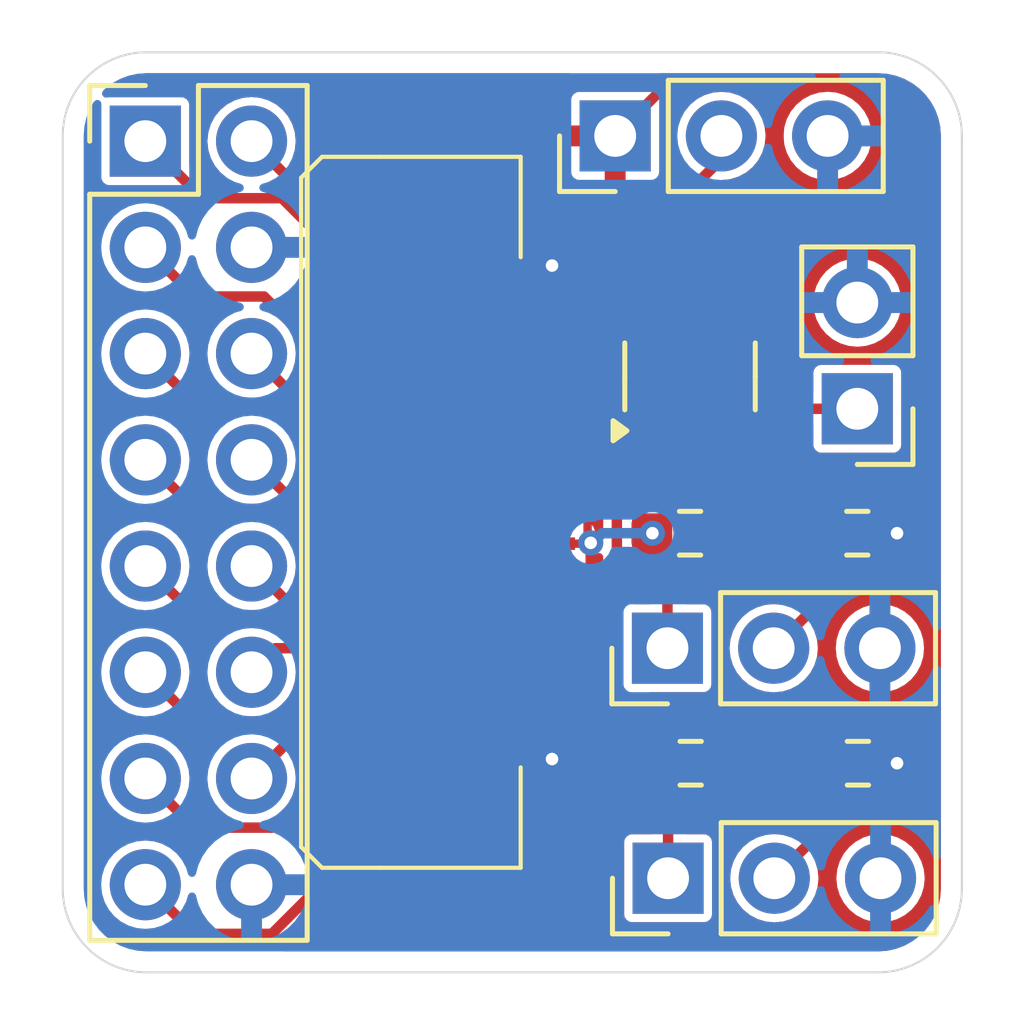
<source format=kicad_pcb>
(kicad_pcb (version 20240108) (generator "pcbnew") (generator_version "8.0")
  (layers (0 "F.Cu" signal) (31 "B.Cu" signal) (34 "B.Paste" user) (35 "F.Paste" user) (36 "B.SilkS" user "B.Silkscreen") (37 "F.SilkS" user "F.Silkscreen") (38 "B.Mask" user) (39 "F.Mask" user) (44 "Edge.Cuts" user))
  (net 0 "")
  (net 1 "GND")
  (net 2 "+5V")
  (net 3 "Net-(J3-Pin_1)")
  (net 4 "Net-(J4-Pin_1)")
  (net 5 "Net-(J5-Pin_1)")
  (net 6 "GPIO 2")
  (net 7 "Exp 2")
  (net 8 "Exp 8")
  (net 9 "USB -")
  (net 10 "Exp 6")
  (net 11 "Exp 4")
  (net 12 "Exp 0")
  (net 13 "Exp 1")
  (net 14 "Exp 13")
  (net 15 "Exp 3")
  (net 16 "USB +")
  (net 17 "GPIO 0")
  (net 18 "Exp 10")
  (net 19 "Exp 9")
  (net 20 "GPIO 1")
  (net 21 "Exp 11")
  (net 22 "Exp 7")
  (net 23 "Exp 12")
  (net 24 "GPIO 3")
  (net 25 "Exp 5")
  (footprint "Connector_PinHeader_2.54mm:PinHeader_2x08_P2.54mm_Vertical" (layer "F.Cu") (at 148.725 91.125)
    (property "Reference" "J1" (hide yes))
    (property "Value" "HUB75 Input" (hide yes))
    (fp_line (start -1.33 -1.33) (end 0 -1.33) (stroke (width 0.12)) (layer "F.SilkS"))
    (fp_line (start -1.33 0) (end -1.33 -1.33) (stroke (width 0.12)) (layer "F.SilkS"))
    (fp_line (start -1.33 1.27) (end -1.33 19.11) (stroke (width 0.12)) (layer "F.SilkS"))
    (fp_line (start -1.33 1.27) (end 1.27 1.27) (stroke (width 0.12)) (layer "F.SilkS"))
    (fp_line (start -1.33 19.11) (end 3.87 19.11) (stroke (width 0.12)) (layer "F.SilkS"))
    (fp_line (start 1.27 -1.33) (end 3.87 -1.33) (stroke (width 0.12)) (layer "F.SilkS"))
    (fp_line (start 1.27 1.27) (end 1.27 -1.33) (stroke (width 0.12)) (layer "F.SilkS"))
    (fp_line (start 3.87 -1.33) (end 3.87 19.11) (stroke (width 0.12)) (layer "F.SilkS"))
    (pad "1" thru_hole rect (at 0 0) (size 1.7 1.7) (drill 1) (layers "*.Cu" "*.Mask") (net 13 "Exp 1"))
    (pad "2" thru_hole oval (at 2.54 0) (size 1.7 1.7) (drill 1) (layers "*.Cu" "*.Mask") (net 12 "Exp 0"))
    (pad "3" thru_hole oval (at 0 2.54) (size 1.7 1.7) (drill 1) (layers "*.Cu" "*.Mask") (net 7 "Exp 2"))
    (pad "4" thru_hole oval (at 2.54 2.54) (size 1.7 1.7) (drill 1) (layers "*.Cu" "*.Mask") (net 1 "GND"))
    (pad "5" thru_hole oval (at 0 5.08) (size 1.7 1.7) (drill 1) (layers "*.Cu" "*.Mask") (net 11 "Exp 4"))
    (pad "6" thru_hole oval (at 2.54 5.08) (size 1.7 1.7) (drill 1) (layers "*.Cu" "*.Mask") (net 15 "Exp 3"))
    (pad "7" thru_hole oval (at 0 7.62) (size 1.7 1.7) (drill 1) (layers "*.Cu" "*.Mask") (net 10 "Exp 6"))
    (pad "8" thru_hole oval (at 2.54 7.62) (size 1.7 1.7) (drill 1) (layers "*.Cu" "*.Mask") (net 25 "Exp 5"))
    (pad "9" thru_hole oval (at 0 10.16) (size 1.7 1.7) (drill 1) (layers "*.Cu" "*.Mask") (net 8 "Exp 8"))
    (pad "10" thru_hole oval (at 2.54 10.16) (size 1.7 1.7) (drill 1) (layers "*.Cu" "*.Mask") (net 22 "Exp 7"))
    (pad "11" thru_hole oval (at 0 12.7) (size 1.7 1.7) (drill 1) (layers "*.Cu" "*.Mask") (net 18 "Exp 10"))
    (pad "12" thru_hole oval (at 2.54 12.7) (size 1.7 1.7) (drill 1) (layers "*.Cu" "*.Mask") (net 19 "Exp 9"))
    (pad "13" thru_hole oval (at 0 15.24) (size 1.7 1.7) (drill 1) (layers "*.Cu" "*.Mask") (net 23 "Exp 12"))
    (pad "14" thru_hole oval (at 2.54 15.24) (size 1.7 1.7) (drill 1) (layers "*.Cu" "*.Mask") (net 21 "Exp 11"))
    (pad "15" thru_hole oval (at 0 17.78) (size 1.7 1.7) (drill 1) (layers "*.Cu" "*.Mask") (net 14 "Exp 13"))
    (pad "16" thru_hole oval (at 2.54 17.78) (size 1.7 1.7) (drill 1) (layers "*.Cu" "*.Mask") (net 1 "GND"))
  )
  (footprint "Resistor_SMD:R_0603_1608Metric_Pad0.98x0.95mm_HandSolder" (layer "F.Cu") (at 161.765 106)
    (property "Reference" "R3" (hide yes))
    (property "Value" "1K" (hide yes))
    (fp_line (start -0.254724 -0.5225) (end 0.254724 -0.5225) (stroke (width 0.12)) (layer "F.SilkS"))
    (fp_line (start -0.254724 0.5225) (end 0.254724 0.5225) (stroke (width 0.12)) (layer "F.SilkS"))
    (pad "1" smd roundrect (at -0.9125 0) (size 0.975 0.95) (layers "F.Cu" "F.Paste" "F.Mask") (net 2 "+5V"))
    (pad "2" smd roundrect (at 0.9125 0) (size 0.975 0.95) (layers "F.Cu" "F.Paste" "F.Mask") (net 4 "Net-(J4-Pin_1)"))
  )
  (footprint "Resistor_SMD:R_0603_1608Metric_Pad0.98x0.95mm_HandSolder" (layer "F.Cu") (at 165.765 106)
    (property "Reference" "R4" (hide yes))
    (property "Value" "2K" (hide yes))
    (fp_line (start -0.254724 -0.5225) (end 0.254724 -0.5225) (stroke (width 0.12)) (layer "F.SilkS"))
    (fp_line (start -0.254724 0.5225) (end 0.254724 0.5225) (stroke (width 0.12)) (layer "F.SilkS"))
    (pad "1" smd roundrect (at -0.9125 0) (size 0.975 0.95) (layers "F.Cu" "F.Paste" "F.Mask") (net 4 "Net-(J4-Pin_1)"))
    (pad "2" smd roundrect (at 0.9125 0) (size 0.975 0.95) (layers "F.Cu" "F.Paste" "F.Mask") (net 1 "GND"))
  )
  (footprint "Resistor_SMD:R_0603_1608Metric_Pad0.98x0.95mm_HandSolder" (layer "F.Cu") (at 165.75 100.5)
    (property "Reference" "R2" (hide yes))
    (property "Value" "2K" (hide yes))
    (fp_line (start -0.254724 -0.5225) (end 0.254724 -0.5225) (stroke (width 0.12)) (layer "F.SilkS"))
    (fp_line (start -0.254724 0.5225) (end 0.254724 0.5225) (stroke (width 0.12)) (layer "F.SilkS"))
    (pad "1" smd roundrect (at -0.9125 0) (size 0.975 0.95) (layers "F.Cu" "F.Paste" "F.Mask") (net 3 "Net-(J3-Pin_1)"))
    (pad "2" smd roundrect (at 0.9125 0) (size 0.975 0.95) (layers "F.Cu" "F.Paste" "F.Mask") (net 1 "GND"))
  )
  (footprint "FFC_Connector:FFC Aliexpress 0.5mm 24P" (layer "F.Cu") (at 157.5 100 -90)
    (property "Reference" "U1" (hide yes))
    (property "Value" "Expansion" (hide yes))
    (fp_line (start -8 5.05) (end 8 5.05) (stroke (width 0.1)) (layer "F.SilkS"))
    (fp_line (start -8 5.05) (end -8.5 4.549999) (stroke (width 0.1)) (layer "F.SilkS"))
    (fp_line (start 8 5.05) (end 8.5 4.549999) (stroke (width 0.1)) (layer "F.SilkS"))
    (fp_line (start -8.5 4.549999) (end -8.5 3.15) (stroke (width 0.1)) (layer "F.SilkS"))
    (fp_line (start 8.5 4.549999) (end 8.5 3.15) (stroke (width 0.1)) (layer "F.SilkS"))
    (fp_line (start -8.5 3.15) (end -8.5 -0.2) (stroke (width 0.1)) (layer "F.SilkS"))
    (fp_line (start -8.5 -0.2) (end -6.1 -0.2) (stroke (width 0.1)) (layer "F.SilkS"))
    (fp_line (start 6.1 -0.2) (end 8.5 -0.2) (stroke (width 0.1)) (layer "F.SilkS"))
    (fp_line (start 8.5 -0.2) (end 8.5 3.15) (stroke (width 0.1)) (layer "F.SilkS"))
    (pad "" smd rect (at -7.4 2.25 270) (size 1.8 2.2) (layers "F.Cu" "F.Paste" "F.Mask"))
    (pad "" smd rect (at 7.4 2.25 270) (size 1.8 2.2) (layers "F.Cu" "F.Paste" "F.Mask"))
    (pad "1" smd rect (at -5.75 -0.949999 270) (size 0.3 1.1) (layers "F.Cu" "F.Paste" "F.Mask") (net 1 "GND"))
    (pad "2" smd rect (at -5.25 -0.95 270) (size 0.3 1.1) (layers "F.Cu" "F.Paste" "F.Mask") (net 24 "GPIO 3"))
    (pad "3" smd rect (at -4.75 -0.95 270) (size 0.3 1.1) (layers "F.Cu" "F.Paste" "F.Mask") (net 6 "GPIO 2"))
    (pad "4" smd rect (at -4.25 -0.95 270) (size 0.3 1.1) (layers "F.Cu" "F.Paste" "F.Mask") (net 20 "GPIO 1"))
    (pad "5" smd rect (at -3.75 -0.95 270) (size 0.3 1.1) (layers "F.Cu" "F.Paste" "F.Mask") (net 17 "GPIO 0"))
    (pad "6" smd rect (at -3.25 -0.949999 270) (size 0.3 1.1) (layers "F.Cu" "F.Paste" "F.Mask") (net 12 "Exp 0"))
    (pad "7" smd rect (at -2.75 -0.95 270) (size 0.3 1.1) (layers "F.Cu" "F.Paste" "F.Mask") (net 13 "Exp 1"))
    (pad "8" smd rect (at -2.25 -0.95 270) (size 0.3 1.1) (layers "F.Cu" "F.Paste" "F.Mask") (net 7 "Exp 2"))
    (pad "9" smd rect (at -1.749999 -0.95 270) (size 0.3 1.1) (layers "F.Cu" "F.Paste" "F.Mask") (net 15 "Exp 3"))
    (pad "10" smd rect (at -1.25 -0.95 270) (size 0.3 1.1) (layers "F.Cu" "F.Paste" "F.Mask") (net 11 "Exp 4"))
    (pad "11" smd rect (at -0.750001 -0.95 270) (size 0.3 1.1) (layers "F.Cu" "F.Paste" "F.Mask") (net 2 "+5V"))
    (pad "12" smd rect (at -0.25 -0.95 270) (size 0.3 1.1) (layers "F.Cu" "F.Paste" "F.Mask") (net 16 "USB +"))
    (pad "13" smd rect (at 0.25 -0.95 270) (size 0.3 1.1) (layers "F.Cu" "F.Paste" "F.Mask") (net 9 "USB -"))
    (pad "14" smd rect (at 0.750001 -0.95 270) (size 0.3 1.1) (layers "F.Cu" "F.Paste" "F.Mask") (net 2 "+5V"))
    (pad "15" smd rect (at 1.25 -0.95 270) (size 0.3 1.1) (layers "F.Cu" "F.Paste" "F.Mask") (net 25 "Exp 5"))
    (pad "16" smd rect (at 1.749999 -0.95 270) (size 0.3 1.1) (layers "F.Cu" "F.Paste" "F.Mask") (net 10 "Exp 6"))
    (pad "17" smd rect (at 2.25 -0.95 270) (size 0.3 1.1) (layers "F.Cu" "F.Paste" "F.Mask") (net 22 "Exp 7"))
    (pad "18" smd rect (at 2.75 -0.95 270) (size 0.3 1.1) (layers "F.Cu" "F.Paste" "F.Mask") (net 8 "Exp 8"))
    (pad "19" smd rect (at 3.25 -0.949999 270) (size 0.3 1.1) (layers "F.Cu" "F.Paste" "F.Mask") (net 19 "Exp 9"))
    (pad "20" smd rect (at 3.75 -0.95 270) (size 0.3 1.1) (layers "F.Cu" "F.Paste" "F.Mask") (net 18 "Exp 10"))
    (pad "21" smd rect (at 4.25 -0.95 270) (size 0.3 1.1) (layers "F.Cu" "F.Paste" "F.Mask") (net 21 "Exp 11"))
    (pad "22" smd rect (at 4.75 -0.95 270) (size 0.3 1.1) (layers "F.Cu" "F.Paste" "F.Mask") (net 23 "Exp 12"))
    (pad "23" smd rect (at 5.25 -0.95 270) (size 0.3 1.1) (layers "F.Cu" "F.Paste" "F.Mask") (net 14 "Exp 13"))
    (pad "24" smd rect (at 5.75 -0.949999 270) (size 0.3 1.1) (layers "F.Cu" "F.Paste" "F.Mask") (net 1 "GND"))
  )
  (footprint "Resistor_SMD:R_0603_1608Metric_Pad0.98x0.95mm_HandSolder" (layer "F.Cu") (at 161.75 100.5)
    (property "Reference" "R1" (hide yes))
    (property "Value" "1K" (hide yes))
    (fp_line (start -0.254724 -0.5225) (end 0.254724 -0.5225) (stroke (width 0.12)) (layer "F.SilkS"))
    (fp_line (start -0.254724 0.5225) (end 0.254724 0.5225) (stroke (width 0.12)) (layer "F.SilkS"))
    (pad "1" smd roundrect (at -0.9125 0) (size 0.975 0.95) (layers "F.Cu" "F.Paste" "F.Mask") (net 2 "+5V"))
    (pad "2" smd roundrect (at 0.9125 0) (size 0.975 0.95) (layers "F.Cu" "F.Paste" "F.Mask") (net 3 "Net-(J3-Pin_1)"))
  )
  (footprint "Package_TO_SOT_SMD:SOT-23-3" (layer "F.Cu") (at 161.75 96.75 90)
    (property "Reference" "SnootFNMosFan1" (hide yes))
    (property "Value" "DMN1019USN-13" (hide yes))
    (fp_line (start 0 -1.560001) (end 0.8 -1.56) (stroke (width 0.12)) (layer "F.SilkS"))
    (fp_line (start 0 -1.560001) (end -0.8 -1.56) (stroke (width 0.12)) (layer "F.SilkS"))
    (fp_line (start 0 1.560001) (end 0.8 1.56) (stroke (width 0.12)) (layer "F.SilkS"))
    (fp_line (start 0 1.560001) (end -0.8 1.56) (stroke (width 0.12)) (layer "F.SilkS"))
    (fp_poly (pts (xy -1.3 -1.51) (xy -1.54 -1.84) (xy -1.06 -1.84) (xy -1.3 -1.51)) (stroke (width 0.12)) (fill solid) (layer "F.SilkS"))
    (pad "1" smd roundrect (at -1.1375 -0.949999 90) (size 1.325 0.6) (layers "F.Cu" "F.Paste" "F.Mask") (net 6 "GPIO 2"))
    (pad "2" smd roundrect (at -1.1375 0.949999 90) (size 1.325 0.6) (layers "F.Cu" "F.Paste" "F.Mask") (net 5 "Net-(J5-Pin_1)"))
    (pad "3" smd roundrect (at 1.1375 0 90) (size 1.325 0.6) (layers "F.Cu" "F.Paste" "F.Mask") (net 2 "+5V"))
  )
  (footprint "Connector_PinHeader_2.54mm:PinHeader_1x03_P2.54mm_Vertical" (layer "F.Cu") (at 161.225 108.75 90)
    (property "Reference" "J4" (hide yes))
    (property "Value" "Button 0" (hide yes))
    (fp_line (start -1.33 -1.33) (end 0 -1.33) (stroke (width 0.12)) (layer "F.SilkS"))
    (fp_line (start -1.33 0) (end -1.33 -1.33) (stroke (width 0.12)) (layer "F.SilkS"))
    (fp_line (start 1.33 1.270001) (end 1.33 6.409999) (stroke (width 0.12)) (layer "F.SilkS"))
    (fp_line (start -1.33 1.270001) (end 1.33 1.270001) (stroke (width 0.12)) (layer "F.SilkS"))
    (fp_line (start -1.33 1.270001) (end -1.33 6.409999) (stroke (width 0.12)) (layer "F.SilkS"))
    (fp_line (start -1.33 6.409999) (end 1.33 6.409999) (stroke (width 0.12)) (layer "F.SilkS"))
    (pad "1" thru_hole rect (at 0 0 90) (size 1.7 1.7) (drill 1) (layers "*.Cu" "*.Mask") (net 4 "Net-(J4-Pin_1)"))
    (pad "2" thru_hole oval (at 0 2.54 90) (size 1.7 1.7) (drill 1) (layers "*.Cu" "*.Mask") (net 17 "GPIO 0"))
    (pad "3" thru_hole oval (at 0 5.079999 90) (size 1.7 1.7) (drill 1) (layers "*.Cu" "*.Mask") (net 1 "GND"))
  )
  (footprint "Connector_PinHeader_2.54mm:PinHeader_1x03_P2.54mm_Vertical" (layer "F.Cu") (at 159.96 91 90)
    (property "Reference" "J2" (hide yes))
    (property "Value" "LEDs" (hide yes))
    (fp_line (start -1.33 -1.33) (end 0 -1.33) (stroke (width 0.12)) (layer "F.SilkS"))
    (fp_line (start -1.33 0) (end -1.33 -1.33) (stroke (width 0.12)) (layer "F.SilkS"))
    (fp_line (start 1.33 1.270001) (end 1.33 6.409999) (stroke (width 0.12)) (layer "F.SilkS"))
    (fp_line (start -1.33 1.270001) (end 1.33 1.270001) (stroke (width 0.12)) (layer "F.SilkS"))
    (fp_line (start -1.33 1.270001) (end -1.33 6.409999) (stroke (width 0.12)) (layer "F.SilkS"))
    (fp_line (start -1.33 6.409999) (end 1.33 6.409999) (stroke (width 0.12)) (layer "F.SilkS"))
    (pad "1" thru_hole rect (at 0 0 90) (size 1.7 1.7) (drill 1) (layers "*.Cu" "*.Mask") (net 2 "+5V"))
    (pad "2" thru_hole oval (at 0 2.54 90) (size 1.7 1.7) (drill 1) (layers "*.Cu" "*.Mask") (net 24 "GPIO 3"))
    (pad "3" thru_hole oval (at 0 5.079999 90) (size 1.7 1.7) (drill 1) (layers "*.Cu" "*.Mask") (net 1 "GND"))
  )
  (footprint "Connector_PinHeader_2.54mm:PinHeader_1x03_P2.54mm_Vertical" (layer "F.Cu") (at 161.21 103.25 90)
    (property "Reference" "J3" (hide yes))
    (property "Value" "Button 1" (hide yes))
    (fp_line (start -1.33 -1.33) (end 0 -1.33) (stroke (width 0.12)) (layer "F.SilkS"))
    (fp_line (start -1.33 0) (end -1.33 -1.33) (stroke (width 0.12)) (layer "F.SilkS"))
    (fp_line (start 1.33 1.270001) (end 1.33 6.409999) (stroke (width 0.12)) (layer "F.SilkS"))
    (fp_line (start -1.33 1.270001) (end 1.33 1.270001) (stroke (width 0.12)) (layer "F.SilkS"))
    (fp_line (start -1.33 1.270001) (end -1.33 6.409999) (stroke (width 0.12)) (layer "F.SilkS"))
    (fp_line (start -1.33 6.409999) (end 1.33 6.409999) (stroke (width 0.12)) (layer "F.SilkS"))
    (pad "1" thru_hole rect (at 0 0 90) (size 1.7 1.7) (drill 1) (layers "*.Cu" "*.Mask") (net 3 "Net-(J3-Pin_1)"))
    (pad "2" thru_hole oval (at 0 2.54 90) (size 1.7 1.7) (drill 1) (layers "*.Cu" "*.Mask") (net 20 "GPIO 1"))
    (pad "3" thru_hole oval (at 0 5.079999 90) (size 1.7 1.7) (drill 1) (layers "*.Cu" "*.Mask") (net 1 "GND"))
  )
  (footprint "Connector_PinHeader_2.54mm:PinHeader_1x02_P2.54mm_Vertical" (layer "F.Cu") (at 165.750001 97.525 180)
    (property "Reference" "J5" (hide yes))
    (property "Value" "Fan" (hide yes))
    (fp_line (start 1.33 1.270001) (end 1.33 3.87) (stroke (width 0.12)) (layer "F.SilkS"))
    (fp_line (start -1.33 3.87) (end 1.33 3.87) (stroke (width 0.12)) (layer "F.SilkS"))
    (fp_line (start -1.33 1.270001) (end 1.33 1.270001) (stroke (width 0.12)) (layer "F.SilkS"))
    (fp_line (start -1.33 1.270001) (end -1.33 3.87) (stroke (width 0.12)) (layer "F.SilkS"))
    (fp_line (start -1.33 0) (end -1.33 -1.33) (stroke (width 0.12)) (layer "F.SilkS"))
    (fp_line (start -1.33 -1.33) (end 0 -1.33) (stroke (width 0.12)) (layer "F.SilkS"))
    (pad "1" thru_hole rect (at 0 0 180) (size 1.7 1.7) (drill 1) (layers "*.Cu" "*.Mask") (net 5 "Net-(J5-Pin_1)"))
    (pad "2" thru_hole oval (at 0 2.54 180) (size 1.7 1.7) (drill 1) (layers "*.Cu" "*.Mask") (net 1 "GND"))
  )
  (gr_arc (start 146.75 91) (mid 147.335786 89.585786) (end 148.75 89) (stroke (width 0.05)) (layer "Edge.Cuts"))
  (gr_line (start 166.25 111.000001) (end 148.75 111.000001) (stroke (width 0.05)) (layer "Edge.Cuts"))
  (gr_arc (start 166.25 88.999999) (mid 167.664215 89.585785) (end 168.250001 91) (stroke (width 0.05)) (layer "Edge.Cuts"))
  (gr_arc (start 148.75 111.000001) (mid 147.335785 110.414215) (end 146.749999 109) (stroke (width 0.05)) (layer "Edge.Cuts"))
  (gr_arc (start 168.250001 109) (mid 167.664215 110.414215) (end 166.25 111.000001) (stroke (width 0.05)) (layer "Edge.Cuts"))
  (gr_line (start 146.749999 109) (end 146.75 91) (stroke (width 0.05)) (layer "Edge.Cuts"))
  (gr_line (start 168.250001 91) (end 168.250001 109) (stroke (width 0.05)) (layer "Edge.Cuts"))
  (gr_line (start 148.75 89) (end 166.25 88.999999) (stroke (width 0.05)) (layer "Edge.Cuts"))
  (segment (start 166.6625 100.5) (end 166.7 100.5) (width 0.25) (layer "F.Cu") (net 1))
  (segment (start 158.449999 105.900001) (end 158.45 105.900002) (width 0.2) (layer "F.Cu") (net 1))
  (segment (start 158.449999 105.75) (end 158.449999 105.900001) (width 0.2) (layer "F.Cu") (net 1))
  (segment (start 166.6775 106) (end 166.7 106) (width 0.25) (layer "F.Cu") (net 1))
  (segment (start 158.449999 94.099999) (end 158.45 94.099998) (width 0.2) (layer "F.Cu") (net 1))
  (segment (start 158.449999 94.25) (end 158.449999 94.099999) (width 0.2) (layer "F.Cu") (net 1))
  (via (at 166.7 106) (size 0.6) (drill 0.3) (layers "F.Cu" "B.Cu") (net 1))
  (via (at 158.45 94.099998) (size 0.6) (drill 0.3) (layers "F.Cu" "B.Cu") (net 1))
  (via (at 158.45 105.900002) (size 0.6) (drill 0.3) (layers "F.Cu" "B.Cu") (net 1))
  (via (at 166.7 100.5) (size 0.6) (drill 0.3) (layers "F.Cu" "B.Cu") (net 1))
  (segment (start 163.864999 93.497501) (end 163.864999 90.703298) (width 0.25) (layer "F.Cu") (net 2))
  (segment (start 159.3 99.3) (end 159.3 100.7) (width 0.2) (layer "F.Cu") (net 2))
  (segment (start 158.45 99.249999) (end 159.249999 99.249999) (width 0.2) (layer "F.Cu") (net 2))
  (segment (start 159.375 104.5225) (end 160.8525 106) (width 0.25) (layer "F.Cu") (net 2))
  (segment (start 161.75 95.6125) (end 163.864999 93.497501) (width 0.25) (layer "F.Cu") (net 2))
  (segment (start 161.135 89.825) (end 159.96 91) (width 0.25) (layer "F.Cu") (net 2))
  (segment (start 159.375 100.730719) (end 159.375 104.5225) (width 0.25) (layer "F.Cu") (net 2))
  (segment (start 162.986701 89.825) (end 161.135 89.825) (width 0.25) (layer "F.Cu") (net 2))
  (segment (start 163.864999 90.703298) (end 162.986701 89.825) (width 0.25) (layer "F.Cu") (net 2))
  (segment (start 160.8375 100.5) (end 160.85 100.5) (width 0.25) (layer "F.Cu") (net 2))
  (segment (start 159.3 100.7) (end 159.249999 100.750001) (width 0.2) (layer "F.Cu") (net 2))
  (segment (start 159.249999 100.750001) (end 158.45 100.750001) (width 0.2) (layer "F.Cu") (net 2))
  (segment (start 159.249999 99.249999) (end 159.3 99.3) (width 0.2) (layer "F.Cu") (net 2))
  (via (at 159.375 100.730719) (size 0.6) (drill 0.3) (layers "F.Cu" "B.Cu") (net 2))
  (via (at 160.85 100.5) (size 0.6) (drill 0.3) (layers "F.Cu" "B.Cu") (net 2))
  (segment (start 159.65 100.5) (end 159.419281 100.730719) (width 0.25) (layer "B.Cu") (net 2))
  (segment (start 159.419281 100.730719) (end 159.375 100.730719) (width 0.25) (layer "B.Cu") (net 2))
  (segment (start 160.85 100.5) (end 159.65 100.5) (width 0.25) (layer "B.Cu") (net 2))
  (segment (start 161.21 101.9525) (end 162.6625 100.5) (width 0.25) (layer "F.Cu") (net 3))
  (segment (start 162.6625 100.5) (end 164.8375 100.5) (width 0.25) (layer "F.Cu") (net 3))
  (segment (start 161.21 103.25) (end 161.21 101.9525) (width 0.25) (layer "F.Cu") (net 3))
  (segment (start 161.225 108.75) (end 161.225 107.4525) (width 0.25) (layer "F.Cu") (net 4))
  (segment (start 161.225 107.4525) (end 162.6775 106) (width 0.25) (layer "F.Cu") (net 4))
  (segment (start 162.6775 106) (end 164.8525 106) (width 0.25) (layer "F.Cu") (net 4))
  (segment (start 163.062499 97.525) (end 165.750001 97.525) (width 0.25) (layer "F.Cu") (net 5))
  (segment (start 162.699999 97.8875) (end 163.062499 97.525) (width 0.25) (layer "F.Cu") (net 5))
  (segment (start 159.6 95.25) (end 160.800001 96.450001) (width 0.25) (layer "F.Cu") (net 6))
  (segment (start 160.800001 96.450001) (end 160.800001 97.8875) (width 0.25) (layer "F.Cu") (net 6))
  (segment (start 158.45 95.25) (end 159.6 95.25) (width 0.25) (layer "F.Cu") (net 6))
  (segment (start 158.45 97.75) (end 154.471701 97.75) (width 0.25) (layer "F.Cu") (net 7))
  (segment (start 154.471701 97.75) (end 151.561701 94.84) (width 0.25) (layer "F.Cu") (net 7))
  (segment (start 149.9 94.84) (end 148.725 93.665) (width 0.25) (layer "F.Cu") (net 7))
  (segment (start 151.561701 94.84) (end 149.9 94.84) (width 0.25) (layer "F.Cu") (net 7))
  (segment (start 151.9 102.75) (end 151.61 102.46) (width 0.25) (layer "F.Cu") (net 8))
  (segment (start 151.61 102.46) (end 149.9 102.46) (width 0.25) (layer "F.Cu") (net 8))
  (segment (start 158.45 102.75) (end 151.9 102.75) (width 0.25) (layer "F.Cu") (net 8))
  (segment (start 149.9 102.46) (end 148.725 101.285) (width 0.25) (layer "F.Cu") (net 8))
  (segment (start 149.9 99.92) (end 148.725 98.745) (width 0.25) (layer "F.Cu") (net 10))
  (segment (start 153.55 101.75) (end 151.72 99.92) (width 0.25) (layer "F.Cu") (net 10))
  (segment (start 151.72 99.92) (end 149.9 99.92) (width 0.25) (layer "F.Cu") (net 10))
  (segment (start 158.45 101.75) (end 153.55 101.75) (width 0.25) (layer "F.Cu") (net 10))
  (segment (start 158.45 101.749999) (end 158.45 101.75) (width 0.25) (layer "F.Cu") (net 10))
  (segment (start 151.68 97.38) (end 149.9 97.38) (width 0.25) (layer "F.Cu") (net 11))
  (segment (start 153.05 98.75) (end 151.68 97.38) (width 0.25) (layer "F.Cu") (net 11))
  (segment (start 149.9 97.38) (end 148.725 96.205) (width 0.25) (layer "F.Cu") (net 11))
  (segment (start 158.45 98.75) (end 153.05 98.75) (width 0.25) (layer "F.Cu") (net 11))
  (segment (start 158.449999 96.75) (end 156.89 96.75) (width 0.25) (layer "F.Cu") (net 12))
  (segment (start 156.89 96.75) (end 151.265 91.125) (width 0.25) (layer "F.Cu") (net 12))
  (segment (start 150.09 92.49) (end 151.993604 92.49) (width 0.25) (layer "F.Cu") (net 13))
  (segment (start 148.725 91.125) (end 150.09 92.49) (width 0.25) (layer "F.Cu") (net 13))
  (segment (start 151.993604 92.49) (end 156.753604 97.25) (width 0.25) (layer "F.Cu") (net 13))
  (segment (start 156.753604 97.25) (end 158.45 97.25) (width 0.25) (layer "F.Cu") (net 13))
  (segment (start 153.764049 108.067652) (end 153.764049 106.235951) (width 0.25) (layer "F.Cu") (net 14))
  (segment (start 149.9 110.08) (end 151.751701 110.08) (width 0.25) (layer "F.Cu") (net 14))
  (segment (start 151.751701 110.08) (end 153.764049 108.067652) (width 0.25) (layer "F.Cu") (net 14))
  (segment (start 148.725 108.905) (end 149.9 110.08) (width 0.25) (layer "F.Cu") (net 14))
  (segment (start 154.75 105.25) (end 158.45 105.25) (width 0.25) (layer "F.Cu") (net 14))
  (segment (start 153.764049 106.235951) (end 154.75 105.25) (width 0.25) (layer "F.Cu") (net 14))
  (segment (start 153.310001 98.250001) (end 158.45 98.250001) (width 0.25) (layer "F.Cu") (net 15))
  (segment (start 151.265 96.205) (end 153.310001 98.250001) (width 0.25) (layer "F.Cu") (net 15))
  (segment (start 161 105.2) (end 165.342076 105.2) (width 0.25) (layer "F.Cu") (net 17))
  (segment (start 159.65 96.6) (end 159.65 99.048959) (width 0.25) (layer "F.Cu") (net 17))
  (segment (start 159.3 96.25) (end 159.65 96.6) (width 0.25) (layer "F.Cu") (net 17))
  (segment (start 165.75 106.765) (end 163.765 108.75) (width 0.25) (layer "F.Cu") (net 17))
  (segment (start 160 99.398959) (end 160 104.2) (width 0.25) (layer "F.Cu") (net 17))
  (segment (start 160 104.2) (end 161 105.2) (width 0.25) (layer "F.Cu") (net 17))
  (segment (start 159.65 99.048959) (end 160 99.398959) (width 0.25) (layer "F.Cu") (net 17))
  (segment (start 165.75 105.607924) (end 165.75 106.765) (width 0.25) (layer "F.Cu") (net 17))
  (segment (start 158.45 96.25) (end 159.3 96.25) (width 0.25) (layer "F.Cu") (net 17))
  (segment (start 165.342076 105.2) (end 165.75 105.607924) (width 0.25) (layer "F.Cu") (net 17))
  (segment (start 158.45 103.75) (end 153.001701 103.75) (width 0.25) (layer "F.Cu") (net 18))
  (segment (start 153.001701 103.75) (end 151.751701 105) (width 0.25) (layer "F.Cu") (net 18))
  (segment (start 149.9 105) (end 148.725 103.825) (width 0.25) (layer "F.Cu") (net 18))
  (segment (start 151.751701 105) (end 149.9 105) (width 0.25) (layer "F.Cu") (net 18))
  (segment (start 151.84 103.25) (end 158.449999 103.25) (width 0.25) (layer "F.Cu") (net 19))
  (segment (start 151.265 103.825) (end 151.84 103.25) (width 0.25) (layer "F.Cu") (net 19))
  (segment (start 158.45 95.75) (end 159.463604 95.75) (width 0.25) (layer "F.Cu") (net 20))
  (segment (start 165.65 101.35) (end 163.75 103.25) (width 0.25) (layer "F.Cu") (net 20))
  (segment (start 159.463604 95.75) (end 160.15 96.436396) (width 0.25) (layer "F.Cu") (net 20))
  (segment (start 160.15 96.436396) (end 160.15 98.6) (width 0.25) (layer "F.Cu") (net 20))
  (segment (start 165.65 99.822924) (end 165.65 101.35) (width 0.25) (layer "F.Cu") (net 20))
  (segment (start 165.127076 99.3) (end 165.65 99.822924) (width 0.25) (layer "F.Cu") (net 20))
  (segment (start 160.15 98.6) (end 160.85 99.3) (width 0.25) (layer "F.Cu") (net 20))
  (segment (start 160.85 99.3) (end 165.127076 99.3) (width 0.25) (layer "F.Cu") (net 20))
  (segment (start 151.265 106.365) (end 153.38 104.25) (width 0.25) (layer "F.Cu") (net 21))
  (segment (start 153.38 104.25) (end 158.45 104.25) (width 0.25) (layer "F.Cu") (net 21))
  (segment (start 152.23 102.25) (end 158.45 102.25) (width 0.25) (layer "F.Cu") (net 22))
  (segment (start 151.265 101.285) (end 152.23 102.25) (width 0.25) (layer "F.Cu") (net 22))
  (segment (start 149.9 107.54) (end 148.725 106.365) (width 0.25) (layer "F.Cu") (net 23))
  (segment (start 151.751701 107.54) (end 149.9 107.54) (width 0.25) (layer "F.Cu") (net 23))
  (segment (start 154.541701 104.75) (end 151.751701 107.54) (width 0.25) (layer "F.Cu") (net 23))
  (segment (start 158.45 104.75) (end 154.541701 104.75) (width 0.25) (layer "F.Cu") (net 23))
  (segment (start 158.45 94.75) (end 159.299999 94.75) (width 0.25) (layer "F.Cu") (net 24))
  (segment (start 162.5 91.549999) (end 162.5 91) (width 0.25) (layer "F.Cu") (net 24))
  (segment (start 159.299999 94.75) (end 162.5 91.549999) (width 0.25) (layer "F.Cu") (net 24))
  (segment (start 151.265 98.745) (end 153.77 101.25) (width 0.25) (layer "F.Cu") (net 25))
  (segment (start 153.77 101.25) (end 158.45 101.25) (width 0.25) (layer "F.Cu") (net 25))
  (zone (net 2) (net_name "+5V") (layer "F.Cu") (connect_pads (clearance 0.2)) (min_thickness 0.2) (fill yes (thermal_gap 0.5) (thermal_bridge_width 0.5))
    (polygon (pts (xy 145.75 88.25) (xy 169.25 88.25) (xy 169.25 111.75) (xy 145.75 111.75)))
  )
  (zone (net 1) (net_name "GND") (layer "B.Cu") (priority 1) (connect_pads (clearance 0.2)) (min_thickness 0.2) (fill yes (thermal_gap 0.5) (thermal_bridge_width 0.5))
    (polygon (pts (xy 145.25 87.75) (xy 169.75 87.75) (xy 169.75 112.25) (xy 145.25 112.25)))
  )
)
</source>
